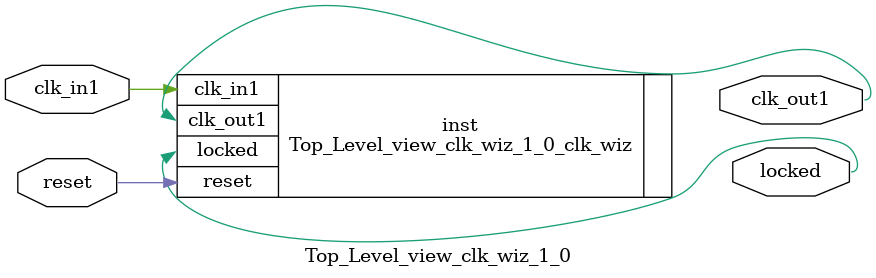
<source format=v>


`timescale 1ps/1ps

(* CORE_GENERATION_INFO = "Top_Level_view_clk_wiz_1_0,clk_wiz_v5_4_2_0,{component_name=Top_Level_view_clk_wiz_1_0,use_phase_alignment=true,use_min_o_jitter=false,use_max_i_jitter=false,use_dyn_phase_shift=false,use_inclk_switchover=false,use_dyn_reconfig=false,enable_axi=0,feedback_source=FDBK_AUTO,PRIMITIVE=MMCM,num_out_clk=1,clkin1_period=83.333,clkin2_period=10.0,use_power_down=false,use_reset=true,use_locked=true,use_inclk_stopped=false,feedback_type=SINGLE,CLOCK_MGR_TYPE=NA,manual_override=false}" *)

module Top_Level_view_clk_wiz_1_0 
 (
  // Clock out ports
  output        clk_out1,
  // Status and control signals
  input         reset,
  output        locked,
 // Clock in ports
  input         clk_in1
 );

  Top_Level_view_clk_wiz_1_0_clk_wiz inst
  (
  // Clock out ports  
  .clk_out1(clk_out1),
  // Status and control signals               
  .reset(reset), 
  .locked(locked),
 // Clock in ports
  .clk_in1(clk_in1)
  );

endmodule

</source>
